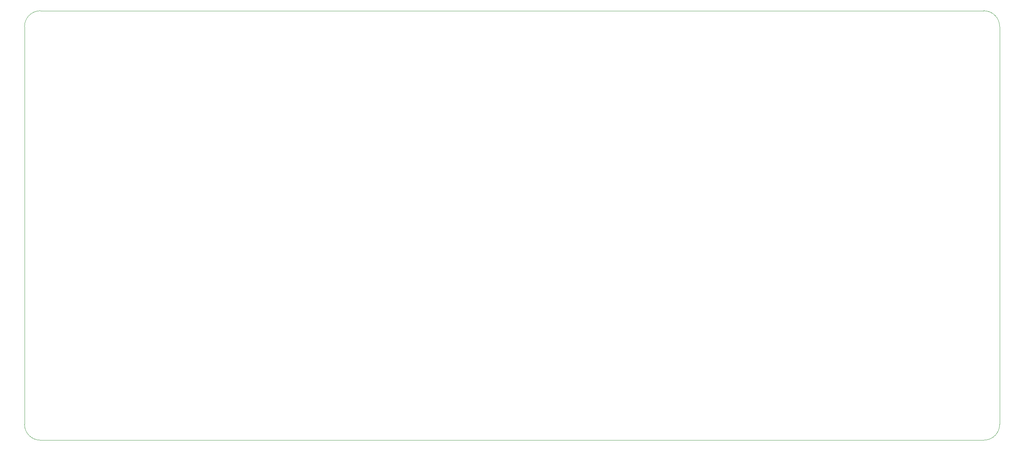
<source format=gbr>
%TF.GenerationSoftware,KiCad,Pcbnew,(5.1.12-1-10_14)*%
%TF.CreationDate,2022-01-09T10:09:14-08:00*%
%TF.ProjectId,RPI_Remote_Power_Controller,5250495f-5265-46d6-9f74-655f506f7765,0.1*%
%TF.SameCoordinates,Original*%
%TF.FileFunction,Profile,NP*%
%FSLAX46Y46*%
G04 Gerber Fmt 4.6, Leading zero omitted, Abs format (unit mm)*
G04 Created by KiCad (PCBNEW (5.1.12-1-10_14)) date 2022-01-09 10:09:14*
%MOMM*%
%LPD*%
G01*
G04 APERTURE LIST*
%TA.AperFunction,Profile*%
%ADD10C,0.050000*%
%TD*%
G04 APERTURE END LIST*
D10*
X254635000Y-46355000D02*
G75*
G02*
X258445000Y-50165000I0J-3810000D01*
G01*
X258445000Y-146050000D02*
G75*
G02*
X254635000Y-149860000I-3810000J0D01*
G01*
X27305000Y-149860000D02*
G75*
G02*
X23495000Y-146050000I0J3810000D01*
G01*
X23495000Y-50165000D02*
G75*
G02*
X27305000Y-46355000I3810000J0D01*
G01*
X23495000Y-146050000D02*
X23495000Y-50165000D01*
X254635000Y-149860000D02*
X27305000Y-149860000D01*
X258445000Y-50165000D02*
X258445000Y-146050000D01*
X27305000Y-46355000D02*
X254635000Y-46355000D01*
M02*

</source>
